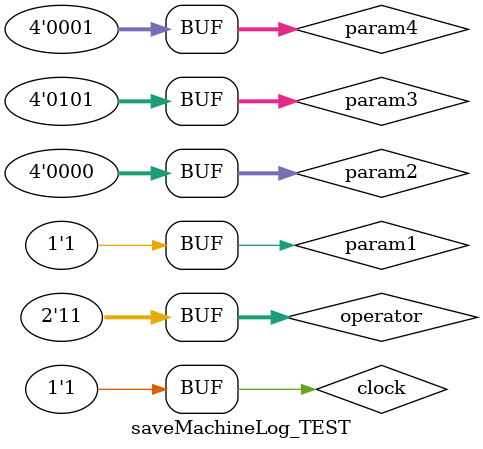
<source format=v>
`timescale 1ns / 1ps

module saveMachineLog_TEST;

	// Inputs
	reg clock;
	reg [1:0] operator;
	reg param1;
	reg [3:0] param2;
	reg [3:0] param3;
	reg [3:0] param4;

	// Instantiate the Unit Under Test (UUT)
	saveMachineLogs uut (
		.clock(clock), 
		.operator(operator), 
		.param1(param1), 
		.param2(param2), 
		.param3(param3), 
		.param4(param4)
	);

	initial begin
		// Initialize Inputs
		clock = 0;
		operator = 0;
		param1 = 1;
		param2 = 2;
		param3 = 5;
		param4 = 1;

		// Wait 100 ns for global reset to finish
		#100;
		clock=1;
		#100;
		clock=0;
		#100;
		clock=1;
		operator=1;
		#100;
		clock=0;
		#100;
		clock=1;
		operator=2;
		#100;
		clock=0;
		#100;
		clock=1;
		param2=0;
		operator=3;

        
		// Add stimulus here

	end
      
endmodule


</source>
